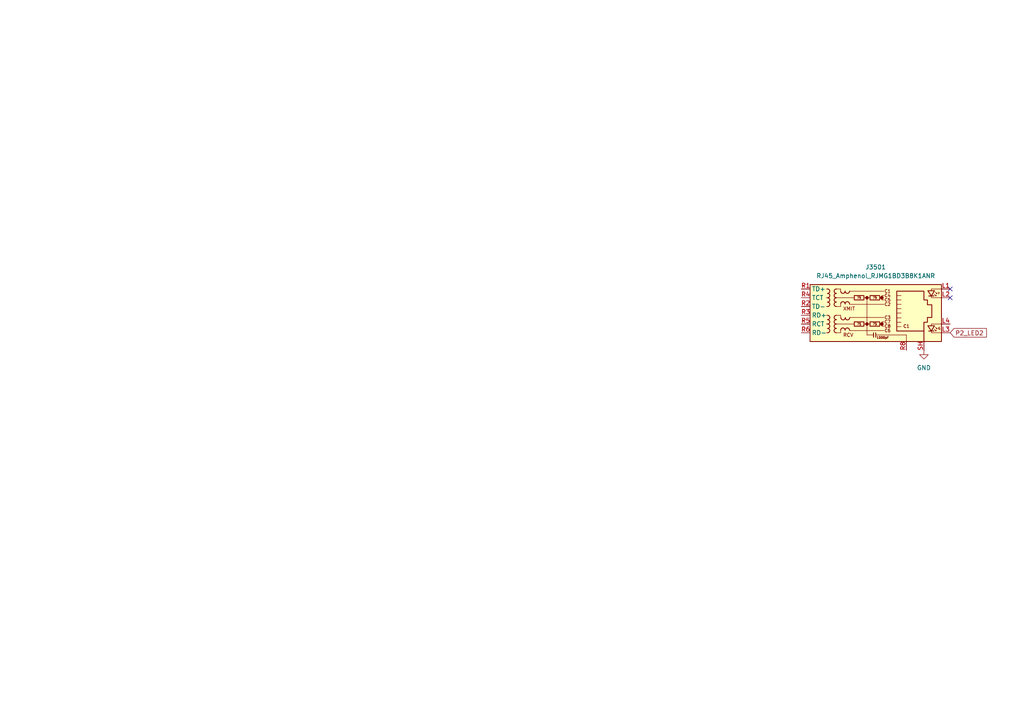
<source format=kicad_sch>
(kicad_sch (version 20231120) (generator "eeschema") (generator_version "8.0")
  (paper "A4")
  (lib_symbols
    (symbol "Connector:RJ45_Amphenol_RJMG1BD3B8K1ANR"
      (property "Reference" "J" (at 18.415 10.16 0))
      (property "Value" "RJ45_Amphenol_RJMG1BD3B8K1ANR" (at -19.05 10.16 0))
      (symbol "RJ45_Amphenol_RJMG1BD3B8K1ANR_0_0"
        (circle (center -1.27 -2.54) (radius 0.0001) (stroke (width 0.508)))
        (circle (center -1.27 5.08) (radius 0.0001) (stroke (width 0.508)))
        (polyline (pts (xy -1.27 5.08) (xy -1.27 -5.715)))
        (polyline (pts (xy 0.635 -5.08) (xy 0.635 -6.35)) (stroke (width 0.254)))
        (polyline (pts (xy 1.27 -5.08) (xy 1.27 -6.35)) (stroke (width 0.254)))
        (polyline (pts (xy 3.048 -2.54) (xy 2.54 -2.54)))
        (polyline (pts (xy 3.048 5.08) (xy 2.54 5.08)))
        (polyline (pts (xy 17.399 -3.048) (xy 17.399 -2.54) (xy 20.32 -2.54)))
        (polyline (pts (xy 17.399 7.112) (xy 17.399 7.62) (xy 20.32 7.62)))
        (polyline (pts (xy 20.32 -5.08) (xy 17.399 -5.08) (xy 17.399 -4.572)))
        (polyline (pts (xy 20.32 5.08) (xy 17.399 5.08) (xy 17.399 5.588)))
        (polyline (pts (xy 3.683 -1.905) (xy 3.048 -1.905) (xy 3.048 -3.175) (xy 3.683 -3.175)))
        (polyline (pts (xy 3.683 5.715) (xy 3.048 5.715) (xy 3.048 4.445) (xy 3.683 4.445)))
        (circle (center 3.048 -2.54) (radius 0.0001) (stroke (width 0.508)))
        (circle (center 3.048 5.08) (radius 0.0001) (stroke (width 0.508)))
        (text "C1" (at 4.699 6.985 0) (effects (font (size 0.889 0.889))))
        (text "C1" (at 10.16 -3.175 0) (effects (font (size 0.889 0.889))))
        (text "C2" (at 4.699 3.175 0) (effects (font (size 0.889 0.889))))
        (text "C3" (at 4.699 -0.635 0) (effects (font (size 0.889 0.889))))
        (text "C4" (at 4.699 5.715 0) (effects (font (size 0.889 0.889))))
        (text "C5" (at 4.699 4.445 0) (effects (font (size 0.889 0.889))))
        (text "C6" (at 4.699 -4.445 0) (effects (font (size 0.889 0.889))))
        (text "C7" (at 4.699 -1.905 0) (effects (font (size 0.889 0.889))))
        (text "C8" (at 4.699 -3.175 0) (effects (font (size 0.889 0.889))))
        (text "RCV" (at -8.255 -5.715 0) (effects (font (size 1.016 1.016)) (justify left)))
        (text "XMIT" (at -8.255 1.905 0) (effects (font (size 1.016 1.016)) (justify left)))
      )
      (symbol "RJ45_Amphenol_RJMG1BD3B8K1ANR_0_1"
        (rectangle (start -17.78 8.89) (end 20.32 -7.62) (stroke (width 0.254)) (fill (type background)))
        (polyline (pts (xy -12.7 -5.08) (xy -13.081 -5.08)))
        (polyline (pts (xy -12.7 -2.54) (xy -13.081 -2.54)))
        (polyline (pts (xy -12.7 0) (xy -13.081 0)))
        (polyline (pts (xy -12.7 2.54) (xy -13.081 2.54)))
        (polyline (pts (xy -12.7 5.08) (xy -13.081 5.08)))
        (polyline (pts (xy -12.7 7.62) (xy -13.081 7.62)))
        (polyline (pts (xy -6.35 -4.445) (xy 3.683 -4.445)))
        (polyline (pts (xy -6.35 3.175) (xy 3.683 3.175)))
        (polyline (pts (xy -6.35 6.985) (xy 3.683 6.985)))
        (polyline (pts (xy -6.223 -0.635) (xy 3.683 -0.635)))
        (polyline (pts (xy -5.08 -2.54) (xy -10.16 -2.54)))
        (polyline (pts (xy -4.953 5.08) (xy -10.16 5.08)))
        (polyline (pts (xy -2.159 -2.54) (xy -0.381 -2.54)))
        (polyline (pts (xy -2.159 5.08) (xy -0.381 5.08)))
        (polyline (pts (xy 0.635 -5.715) (xy -1.27 -5.715)))
        (polyline (pts (xy 7.366 -2.032) (xy 8.636 -2.032)))
        (polyline (pts (xy 7.366 -0.762) (xy 8.636 -0.762)))
        (polyline (pts (xy 7.366 0.635) (xy 8.636 0.635)))
        (polyline (pts (xy 7.366 1.905) (xy 8.636 1.905)))
        (polyline (pts (xy 7.366 3.175) (xy 8.636 3.175)))
        (polyline (pts (xy 8.636 -3.302) (xy 7.366 -3.302)))
        (polyline (pts (xy 8.636 4.445) (xy 7.366 4.445)))
        (polyline (pts (xy 8.636 5.715) (xy 7.366 5.715)))
        (polyline (pts (xy 10.16 -5.715) (xy 1.27 -5.715)))
        (polyline (pts (xy 10.16 -5.715) (xy 10.16 -7.62)))
        (polyline (pts (xy -10.16 0) (xy -8.89 0) (xy -8.89 -0.635)))
        (polyline (pts (xy -10.16 7.62) (xy -8.89 7.62) (xy -8.89 6.985)))
        (polyline (pts (xy -8.89 -4.445) (xy -8.89 -5.08) (xy -10.16 -5.08)))
        (polyline (pts (xy -8.89 3.175) (xy -8.89 2.54) (xy -10.16 2.54)))
      )
      (symbol "RJ45_Amphenol_RJMG1BD3B8K1ANR_1_0"
        (text "1000pF" (at 3.302 -6.477 0) (effects (font (size 0.635 0.635))))
      )
      (symbol "RJ45_Amphenol_RJMG1BD3B8K1ANR_1_1"
        (arc (start -12.7 -1.27) (mid -12.0677 -0.635) (end -12.7 0) (stroke (width 0.254)))
        (arc (start -12.6973 -5.08) (mid -12.065 -4.445) (end -12.6973 -3.81) (stroke (width 0.254)))
        (arc (start -12.6973 -3.81) (mid -12.065 -3.175) (end -12.6973 -2.54) (stroke (width 0.254)))
        (arc (start -12.6973 -2.54) (mid -12.065 -1.905) (end -12.6973 -1.27) (stroke (width 0.254)))
        (arc (start -12.6973 6.35) (mid -12.065 6.985) (end -12.6973 7.62) (stroke (width 0.254)))
        (arc (start -12.6946 2.54) (mid -12.0623 3.175) (end -12.6946 3.81) (stroke (width 0.254)))
        (arc (start -12.6946 3.81) (mid -12.0623 4.445) (end -12.6946 5.08) (stroke (width 0.254)))
        (arc (start -12.6946 5.08) (mid -12.0623 5.715) (end -12.6946 6.35) (stroke (width 0.254)))
        (arc (start -10.1654 -2.54) (mid -10.7977 -3.175) (end -10.1654 -3.81) (stroke (width 0.254)))
        (arc (start -10.1654 -1.27) (mid -10.7977 -1.905) (end -10.1654 -2.54) (stroke (width 0.254)))
        (arc (start -10.1654 0) (mid -10.7977 -0.635) (end -10.1654 -1.27) (stroke (width 0.254)))
        (arc (start -10.1654 5.08) (mid -10.7977 4.445) (end -10.1654 3.81) (stroke (width 0.254)))
        (arc (start -10.1654 6.35) (mid -10.7977 5.715) (end -10.1654 5.08) (stroke (width 0.254)))
        (arc (start -10.1654 7.62) (mid -10.7977 6.985) (end -10.1654 6.35) (stroke (width 0.254)))
        (arc (start -10.1627 -3.81) (mid -10.795 -4.445) (end -10.1627 -5.08) (stroke (width 0.254)))
        (arc (start -10.1627 3.81) (mid -10.795 3.175) (end -10.1627 2.54) (stroke (width 0.254)))
        (arc (start -8.89 6.9823) (mid -8.255 6.35) (end -7.62 6.9823) (stroke (width 0.254)))
        (arc (start -8.8265 -0.7012) (mid -8.1915 -1.3335) (end -7.5565 -0.7012) (stroke (width 0.254)))
        (arc (start -7.62 -4.3153) (mid -8.255 -3.683) (end -8.89 -4.3153) (stroke (width 0.254)))
        (arc (start -7.62 3.3047) (mid -8.255 3.937) (end -8.89 3.3047) (stroke (width 0.254)))
        (arc (start -7.62 6.985) (mid -6.985 6.3527) (end -6.35 6.985) (stroke (width 0.254)))
        (arc (start -7.5565 -0.6985) (mid -6.9215 -1.3308) (end -6.2865 -0.6985) (stroke (width 0.254)))
        (arc (start -6.35 -4.3126) (mid -6.985 -3.6803) (end -7.62 -4.3126) (stroke (width 0.254)))
        (arc (start -6.35 3.3074) (mid -6.985 3.9397) (end -7.62 3.3074) (stroke (width 0.254)))
        (rectangle (start -4.953 -1.905) (end -2.159 -3.175) (stroke (width 0.254)))
        (rectangle (start -4.953 5.715) (end -2.159 4.445) (stroke (width 0.254)))
        (rectangle (start -0.381 -1.905) (end 2.413 -3.175) (stroke (width 0.254)))
        (rectangle (start -0.381 5.715) (end 2.413 4.445) (stroke (width 0.254)))
        (polyline (pts (xy 15.24 -7.62) (xy 15.24 -4.572)) (stroke (width 0.254)))
        (polyline (pts (xy 18.161 -4.572) (xy 16.637 -4.572)) (stroke (width 0.254)))
        (polyline (pts (xy 18.161 5.588) (xy 16.637 5.588)) (stroke (width 0.254)))
        (polyline (pts (xy 18.796 -4.572) (xy 18.796 -4.318)))
        (polyline (pts (xy 18.796 5.588) (xy 18.796 5.842)))
        (polyline (pts (xy 19.05 -3.937) (xy 19.05 -3.683)))
        (polyline (pts (xy 19.05 6.223) (xy 19.05 6.477)))
        (polyline (pts (xy 18.288 -4.064) (xy 18.796 -4.572) (xy 18.542 -4.572)))
        (polyline (pts (xy 18.288 6.096) (xy 18.796 5.588) (xy 18.542 5.588)))
        (polyline (pts (xy 18.542 -3.429) (xy 19.05 -3.937) (xy 18.796 -3.937)))
        (polyline (pts (xy 18.542 6.731) (xy 19.05 6.223) (xy 18.796 6.223)))
        (polyline (pts (xy 18.288 -3.048) (xy 16.383 -3.048) (xy 17.399 -4.572) (xy 18.288 -3.048)) (stroke (width 0.254)))
        (polyline (pts (xy 18.288 7.112) (xy 16.383 7.112) (xy 17.399 5.588) (xy 18.288 7.112)) (stroke (width 0.254)))
        (polyline (pts (xy 7.366 -4.572) (xy 7.366 6.985) (xy 15.24 6.985) (xy 15.24 4.445) (xy 16.256 4.445) (xy 16.256 3.048) (xy 17.526 3.048) (xy 17.526 -0.635) (xy 16.256 -0.635) (xy 16.256 -2.032) (xy 15.24 -2.032) (xy 15.24 -4.572) (xy 7.366 -4.572)) (stroke (width 0.254)))
        (text "75" (at -3.556 -2.54 0) (effects (font (size 0.635 0.635))))
        (text "75" (at -3.556 5.08 0) (effects (font (size 0.635 0.635))))
        (text "75" (at 1.016 -2.54 0) (effects (font (size 0.635 0.635))))
        (text "75" (at 1.016 5.08 0) (effects (font (size 0.635 0.635))))
        (text "G" (at 19.685 -3.81 0) (effects (font (size 0.635 0.635))))
        (text "Y" (at 19.558 6.35 0) (effects (font (size 0.635 0.635))))
        (pin passive line (at 22.86 7.62 180) (length 2.54) (name "") (number "L1"))
        (pin passive line (at 22.86 5.08 180) (length 2.54) (name "") (number "L2"))
        (pin passive line (at 22.86 -5.08 180) (length 2.54) (name "") (number "L3"))
        (pin passive line (at 22.86 -2.54 180) (length 2.54) (name "") (number "L4"))
        (pin passive line (at -20.32 7.62 0) (length 2.54) (name "TD+") (number "R1"))
        (pin passive line (at -20.32 2.54 0) (length 2.54) (name "TD-") (number "R2"))
        (pin passive line (at -20.32 0 0) (length 2.54) (name "RD+") (number "R3"))
        (pin passive line (at -20.32 5.08 0) (length 2.54) (name "TCT") (number "R4"))
        (pin passive line (at -20.32 -2.54 0) (length 2.54) (name "RCT") (number "R5"))
        (pin passive line (at -20.32 -5.08 0) (length 2.54) (name "RD-") (number "R6"))
        (pin no_connect line (at 20.32 0 0) (length 0) hide (name "NC") (number "R7"))
        (pin power_in line (at 10.16 -10.16 90) (length 2.54) (name "") (number "R8"))
        (pin passive line (at 15.24 -10.16 90) (length 2.54) (name "") (number "SH"))
      )
    )
    (symbol "power:GND" (power) (pin_numbers hide) (pin_names (offset 0) hide)
      (property "Value" "GND" (at 0 -3.81 0))
      (symbol "GND_0_1"
        (polyline (pts (xy 0 0) (xy 0 -1.27) (xy 1.27 -1.27) (xy 0 -2.54) (xy -1.27 -1.27) (xy 0 -1.27)))
      )
      (symbol "GND_1_1"
        (pin power_in line (at 0 0 270) (length 0) (name "~") (number "1"))
      )
    )
  )
  (no_connect (at 275.59 83.82))
  (no_connect (at 275.59 86.36))
  (global_label "P2_LED2" (shape input) (at 275.59 96.52 0) (property "Intersheetrefs" "${INTERSHEET_REFS}" (effects (hide yes))))
  (symbol (lib_id "power:GND") (at 267.97 101.6 0) (unit 1)
    (property "Reference" "#PWR0512" (effects (hide yes)))
    (property "Value" "GND" (at 267.97 106.68 0))
    (property "Description" "Power symbol creates a global label with name \"GND\" , ground" (effects (hide yes)))
  )
  (symbol (lib_id "Connector:RJ45_Amphenol_RJMG1BD3B8K1ANR") (at 252.73 91.44 0) (unit 1)
    (property "Reference" "J3501" (at 254 77.47 0))
    (property "Value" "RJ45_Amphenol_RJMG1BD3B8K1ANR" (at 254 80.01 0))
    (property "Footprint" "Connector_RJ:RJ45_Amphenol_RJMG1BD3B8K1ANR" (effects (hide yes)))
    (property "Datasheet" "https://www.amphenol-cs.com/media/wysiwyg/files/drawing/rjmg1bd3b8k1anr.pdf" (effects (hide yes)))
    (property "Description" "1 Port RJ45 Magjack Connector Through Hole 10/100 Base-T, AutoMDIX" (effects (hide yes)))
  )
)
</source>
